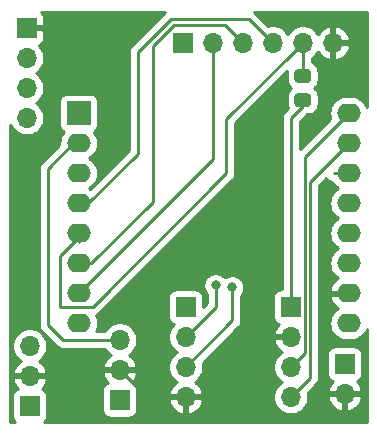
<source format=gtl>
%TF.GenerationSoftware,KiCad,Pcbnew,(5.1.6)-1*%
%TF.CreationDate,2020-09-06T13:06:38-04:00*%
%TF.ProjectId,ResQ KiCad Version,52657351-204b-4694-9361-642056657273,rev?*%
%TF.SameCoordinates,Original*%
%TF.FileFunction,Copper,L1,Top*%
%TF.FilePolarity,Positive*%
%FSLAX46Y46*%
G04 Gerber Fmt 4.6, Leading zero omitted, Abs format (unit mm)*
G04 Created by KiCad (PCBNEW (5.1.6)-1) date 2020-09-06 13:06:38*
%MOMM*%
%LPD*%
G01*
G04 APERTURE LIST*
%TA.AperFunction,ComponentPad*%
%ADD10O,2.000000X1.600000*%
%TD*%
%TA.AperFunction,ComponentPad*%
%ADD11R,2.000000X2.000000*%
%TD*%
%TA.AperFunction,ComponentPad*%
%ADD12O,1.700000X1.700000*%
%TD*%
%TA.AperFunction,ComponentPad*%
%ADD13R,1.700000X1.700000*%
%TD*%
%TA.AperFunction,ViaPad*%
%ADD14C,0.800000*%
%TD*%
%TA.AperFunction,Conductor*%
%ADD15C,0.250000*%
%TD*%
%TA.AperFunction,Conductor*%
%ADD16C,0.254000*%
%TD*%
G04 APERTURE END LIST*
D10*
%TO.P,U1,16*%
%TO.N,TX*%
X199465001Y-117705001D03*
%TO.P,U1,15*%
%TO.N,RX*%
X199465001Y-120245001D03*
%TO.P,U1,14*%
%TO.N,SCL*%
X199465001Y-122785001D03*
%TO.P,U1,13*%
%TO.N,SDA*%
X199465001Y-125325001D03*
%TO.P,U1,12*%
%TO.N,D3*%
X199465001Y-127865001D03*
%TO.P,U1,11*%
%TO.N,D4*%
X199465001Y-130405001D03*
%TO.P,U1,10*%
%TO.N,GND*%
X199465001Y-132945001D03*
%TO.P,U1,9*%
%TO.N,5V*%
X199465001Y-135485001D03*
%TO.P,U1,8*%
%TO.N,3V3*%
X176605001Y-135485001D03*
%TO.P,U1,7*%
%TO.N,CS*%
X176605001Y-132945001D03*
%TO.P,U1,6*%
%TO.N,MOSI*%
X176605001Y-130405001D03*
%TO.P,U1,5*%
%TO.N,MISO*%
X176605001Y-127865001D03*
%TO.P,U1,4*%
%TO.N,CLK*%
X176605001Y-125325001D03*
%TO.P,U1,3*%
%TO.N,D0*%
X176605001Y-122785001D03*
D11*
%TO.P,U1,1*%
%TO.N,N/C*%
X176605001Y-117705001D03*
D10*
%TO.P,U1,2*%
%TO.N,A0*%
X176605001Y-120245001D03*
%TD*%
%TO.P,R1,2*%
%TO.N,MISO*%
%TA.AperFunction,SMDPad,CuDef*%
G36*
G01*
X196030001Y-115129000D02*
X195129999Y-115129000D01*
G75*
G02*
X194880000Y-114879001I0J249999D01*
G01*
X194880000Y-114228999D01*
G75*
G02*
X195129999Y-113979000I249999J0D01*
G01*
X196030001Y-113979000D01*
G75*
G02*
X196280000Y-114228999I0J-249999D01*
G01*
X196280000Y-114879001D01*
G75*
G02*
X196030001Y-115129000I-249999J0D01*
G01*
G37*
%TD.AperFunction*%
%TO.P,R1,1*%
%TO.N,3V3*%
%TA.AperFunction,SMDPad,CuDef*%
G36*
G01*
X196030001Y-117179000D02*
X195129999Y-117179000D01*
G75*
G02*
X194880000Y-116929001I0J249999D01*
G01*
X194880000Y-116278999D01*
G75*
G02*
X195129999Y-116029000I249999J0D01*
G01*
X196030001Y-116029000D01*
G75*
G02*
X196280000Y-116278999I0J-249999D01*
G01*
X196280000Y-116929001D01*
G75*
G02*
X196030001Y-117179000I-249999J0D01*
G01*
G37*
%TD.AperFunction*%
%TD*%
D12*
%TO.P,J6,4*%
%TO.N,RX*%
X194564000Y-141732000D03*
%TO.P,J6,3*%
%TO.N,TX*%
X194564000Y-139192000D03*
%TO.P,J6,2*%
%TO.N,GND*%
X194564000Y-136652000D03*
D13*
%TO.P,J6,1*%
%TO.N,3V3*%
X194564000Y-134112000D03*
%TD*%
D12*
%TO.P,B1,2*%
%TO.N,GND*%
X199136000Y-141478000D03*
D13*
%TO.P,B1,1*%
%TO.N,5V*%
X199136000Y-138938000D03*
%TD*%
%TO.P,J1,1*%
%TO.N,3V3*%
X180086000Y-141986000D03*
D12*
%TO.P,J1,2*%
%TO.N,GND*%
X180086000Y-139446000D03*
%TO.P,J1,3*%
%TO.N,A0*%
X180086000Y-136906000D03*
%TD*%
%TO.P,J2,3*%
%TO.N,D0*%
X172466000Y-137414000D03*
%TO.P,J2,2*%
%TO.N,GND*%
X172466000Y-139954000D03*
D13*
%TO.P,J2,1*%
%TO.N,3V3*%
X172466000Y-142494000D03*
%TD*%
D12*
%TO.P,J3,4*%
%TO.N,SDA*%
X172212000Y-118110000D03*
%TO.P,J3,3*%
%TO.N,SCL*%
X172212000Y-115570000D03*
%TO.P,J3,2*%
%TO.N,3V3*%
X172212000Y-113030000D03*
D13*
%TO.P,J3,1*%
%TO.N,GND*%
X172212000Y-110490000D03*
%TD*%
%TO.P,J4,1*%
%TO.N,3V3*%
X185420000Y-111760000D03*
D12*
%TO.P,J4,2*%
%TO.N,CS*%
X187960000Y-111760000D03*
%TO.P,J4,3*%
%TO.N,MOSI*%
X190500000Y-111760000D03*
%TO.P,J4,4*%
%TO.N,CLK*%
X193040000Y-111760000D03*
%TO.P,J4,5*%
%TO.N,MISO*%
X195580000Y-111760000D03*
%TO.P,J4,6*%
%TO.N,GND*%
X198120000Y-111760000D03*
%TD*%
%TO.P,J5,4*%
%TO.N,GND*%
X185674000Y-141732000D03*
%TO.P,J5,3*%
%TO.N,D4*%
X185674000Y-139192000D03*
%TO.P,J5,2*%
%TO.N,D3*%
X185674000Y-136652000D03*
D13*
%TO.P,J5,1*%
%TO.N,3V3*%
X185674000Y-134112000D03*
%TD*%
D14*
%TO.N,GND*%
X183896000Y-130048000D03*
X172466000Y-122936000D03*
X192024000Y-124206000D03*
X193040000Y-129286000D03*
%TO.N,D3*%
X188214000Y-132276998D03*
%TO.N,D4*%
X189611000Y-132461000D03*
%TD*%
D15*
%TO.N,GND*%
X182372000Y-141732000D02*
X180086000Y-139446000D01*
X185674000Y-141732000D02*
X182372000Y-141732000D01*
X183896000Y-130048000D02*
X184150000Y-130048000D01*
X184150000Y-130048000D02*
X184658000Y-129540000D01*
%TO.N,3V3*%
X196088000Y-116595000D02*
X196079000Y-116595000D01*
X194564000Y-134112000D02*
X194564000Y-118110000D01*
X195580000Y-117094000D02*
X194564000Y-118110000D01*
X195580000Y-116604000D02*
X195580000Y-117094000D01*
%TO.N,A0*%
X180086000Y-136906000D02*
X177292000Y-136906000D01*
X177292000Y-136906000D02*
X176234996Y-136906000D01*
X175260000Y-136906000D02*
X177292000Y-136906000D01*
X173990000Y-135636000D02*
X175260000Y-136906000D01*
X173990000Y-122428000D02*
X173990000Y-135636000D01*
X176605001Y-120245001D02*
X176172999Y-120245001D01*
X176172999Y-120245001D02*
X173990000Y-122428000D01*
%TO.N,SCL*%
X198215001Y-122785001D02*
X199465001Y-122785001D01*
%TO.N,CS*%
X187960000Y-121590002D02*
X176605001Y-132945001D01*
X187960000Y-111760000D02*
X187960000Y-121590002D01*
%TO.N,MOSI*%
X188976000Y-110236000D02*
X190500000Y-111760000D01*
X177696999Y-130405001D02*
X182880000Y-125222000D01*
X184658998Y-110236000D02*
X188976000Y-110236000D01*
X176605001Y-130405001D02*
X177696999Y-130405001D01*
X182880000Y-125222000D02*
X182880000Y-112014998D01*
X182880000Y-112014998D02*
X184658998Y-110236000D01*
%TO.N,CLK*%
X184404000Y-109728000D02*
X191008000Y-109728000D01*
X181610000Y-112522000D02*
X184404000Y-109728000D01*
X181610000Y-121158000D02*
X181610000Y-112522000D01*
X191008000Y-109728000D02*
X193040000Y-111760000D01*
X177442999Y-125325001D02*
X181610000Y-121158000D01*
X176605001Y-125325001D02*
X177442999Y-125325001D01*
%TO.N,MISO*%
X176605001Y-127865001D02*
X176605001Y-128613997D01*
X194818000Y-112522000D02*
X195580000Y-111760000D01*
X189103000Y-122809000D02*
X189103000Y-118237000D01*
X176605001Y-128194999D02*
X175006000Y-129794000D01*
X189103000Y-118237000D02*
X194818000Y-112522000D01*
X176605001Y-127865001D02*
X176605001Y-128194999D01*
X175006000Y-129794000D02*
X175006000Y-134112000D01*
X175006000Y-134112000D02*
X177800000Y-134112000D01*
X177800000Y-134112000D02*
X189103000Y-122809000D01*
X195580000Y-114554000D02*
X195580000Y-111760000D01*
%TO.N,D3*%
X188214000Y-134112000D02*
X185674000Y-136652000D01*
X188214000Y-132276998D02*
X188214000Y-134112000D01*
%TO.N,D4*%
X189611000Y-135255000D02*
X185674000Y-139192000D01*
X189611000Y-132461000D02*
X189611000Y-135255000D01*
%TO.N,RX*%
X194564000Y-141732000D02*
X196189012Y-140106988D01*
X196189012Y-123520990D02*
X199465001Y-120245001D01*
X196189012Y-140106988D02*
X196189012Y-123520990D01*
%TO.N,TX*%
X195739001Y-121431001D02*
X199465001Y-117705001D01*
X195739001Y-138016999D02*
X195739001Y-121431001D01*
X194564000Y-139192000D02*
X195739001Y-138016999D01*
%TD*%
D16*
%TO.N,GND*%
G36*
X183863999Y-109187999D02*
G01*
X183840201Y-109216997D01*
X181098998Y-111958201D01*
X181070000Y-111981999D01*
X181046202Y-112010997D01*
X181046201Y-112010998D01*
X180975026Y-112097724D01*
X180904454Y-112229754D01*
X180860998Y-112373015D01*
X180846324Y-112522000D01*
X180850001Y-112559332D01*
X180850000Y-120843198D01*
X177580705Y-124112494D01*
X177473143Y-124055001D01*
X177606102Y-123983933D01*
X177824609Y-123804609D01*
X178003933Y-123586102D01*
X178137183Y-123336809D01*
X178219237Y-123066310D01*
X178246944Y-122785001D01*
X178219237Y-122503692D01*
X178137183Y-122233193D01*
X178003933Y-121983900D01*
X177824609Y-121765393D01*
X177606102Y-121586069D01*
X177473143Y-121515001D01*
X177606102Y-121443933D01*
X177824609Y-121264609D01*
X178003933Y-121046102D01*
X178137183Y-120796809D01*
X178219237Y-120526310D01*
X178246944Y-120245001D01*
X178219237Y-119963692D01*
X178137183Y-119693193D01*
X178003933Y-119443900D01*
X177871525Y-119282560D01*
X177959495Y-119235538D01*
X178056186Y-119156186D01*
X178135538Y-119059495D01*
X178194503Y-118949181D01*
X178230813Y-118829483D01*
X178243073Y-118705001D01*
X178243073Y-116705001D01*
X178230813Y-116580519D01*
X178194503Y-116460821D01*
X178135538Y-116350507D01*
X178056186Y-116253816D01*
X177959495Y-116174464D01*
X177849181Y-116115499D01*
X177729483Y-116079189D01*
X177605001Y-116066929D01*
X175605001Y-116066929D01*
X175480519Y-116079189D01*
X175360821Y-116115499D01*
X175250507Y-116174464D01*
X175153816Y-116253816D01*
X175074464Y-116350507D01*
X175015499Y-116460821D01*
X174979189Y-116580519D01*
X174966929Y-116705001D01*
X174966929Y-118705001D01*
X174979189Y-118829483D01*
X175015499Y-118949181D01*
X175074464Y-119059495D01*
X175153816Y-119156186D01*
X175250507Y-119235538D01*
X175338477Y-119282560D01*
X175206069Y-119443900D01*
X175072819Y-119693193D01*
X174990765Y-119963692D01*
X174963058Y-120245001D01*
X174975175Y-120368023D01*
X173479003Y-121864196D01*
X173449999Y-121887999D01*
X173394871Y-121955174D01*
X173355026Y-122003724D01*
X173324947Y-122059998D01*
X173284454Y-122135754D01*
X173240997Y-122279015D01*
X173230000Y-122390668D01*
X173230000Y-122390678D01*
X173226324Y-122428000D01*
X173230000Y-122465322D01*
X173230001Y-135598668D01*
X173226324Y-135636000D01*
X173240998Y-135784985D01*
X173284454Y-135928246D01*
X173355026Y-136060276D01*
X173385994Y-136098010D01*
X173450000Y-136176001D01*
X173478998Y-136199799D01*
X174696201Y-137417003D01*
X174719999Y-137446001D01*
X174835724Y-137540974D01*
X174967753Y-137611546D01*
X175111014Y-137655003D01*
X175222667Y-137666000D01*
X175222676Y-137666000D01*
X175259999Y-137669676D01*
X175297322Y-137666000D01*
X178807822Y-137666000D01*
X178932525Y-137852632D01*
X179139368Y-138059475D01*
X179321534Y-138181195D01*
X179204645Y-138250822D01*
X178988412Y-138445731D01*
X178814359Y-138679080D01*
X178689175Y-138941901D01*
X178644524Y-139089110D01*
X178765845Y-139319000D01*
X179959000Y-139319000D01*
X179959000Y-139299000D01*
X180213000Y-139299000D01*
X180213000Y-139319000D01*
X181406155Y-139319000D01*
X181527476Y-139089110D01*
X181482825Y-138941901D01*
X181357641Y-138679080D01*
X181183588Y-138445731D01*
X180967355Y-138250822D01*
X180850466Y-138181195D01*
X181032632Y-138059475D01*
X181239475Y-137852632D01*
X181401990Y-137609411D01*
X181513932Y-137339158D01*
X181571000Y-137052260D01*
X181571000Y-136759740D01*
X181513932Y-136472842D01*
X181401990Y-136202589D01*
X181239475Y-135959368D01*
X181032632Y-135752525D01*
X180789411Y-135590010D01*
X180519158Y-135478068D01*
X180232260Y-135421000D01*
X179939740Y-135421000D01*
X179652842Y-135478068D01*
X179382589Y-135590010D01*
X179139368Y-135752525D01*
X178932525Y-135959368D01*
X178807822Y-136146000D01*
X178078819Y-136146000D01*
X178137183Y-136036809D01*
X178219237Y-135766310D01*
X178246944Y-135485001D01*
X178219237Y-135203692D01*
X178137183Y-134933193D01*
X178077723Y-134821952D01*
X178092247Y-134817546D01*
X178224276Y-134746974D01*
X178340001Y-134652001D01*
X178363804Y-134622997D01*
X179724801Y-133262000D01*
X184185928Y-133262000D01*
X184185928Y-134962000D01*
X184198188Y-135086482D01*
X184234498Y-135206180D01*
X184293463Y-135316494D01*
X184372815Y-135413185D01*
X184469506Y-135492537D01*
X184579820Y-135551502D01*
X184652380Y-135573513D01*
X184520525Y-135705368D01*
X184358010Y-135948589D01*
X184246068Y-136218842D01*
X184189000Y-136505740D01*
X184189000Y-136798260D01*
X184246068Y-137085158D01*
X184358010Y-137355411D01*
X184520525Y-137598632D01*
X184727368Y-137805475D01*
X184901760Y-137922000D01*
X184727368Y-138038525D01*
X184520525Y-138245368D01*
X184358010Y-138488589D01*
X184246068Y-138758842D01*
X184189000Y-139045740D01*
X184189000Y-139338260D01*
X184246068Y-139625158D01*
X184358010Y-139895411D01*
X184520525Y-140138632D01*
X184727368Y-140345475D01*
X184909534Y-140467195D01*
X184792645Y-140536822D01*
X184576412Y-140731731D01*
X184402359Y-140965080D01*
X184277175Y-141227901D01*
X184232524Y-141375110D01*
X184353845Y-141605000D01*
X185547000Y-141605000D01*
X185547000Y-141585000D01*
X185801000Y-141585000D01*
X185801000Y-141605000D01*
X186994155Y-141605000D01*
X187115476Y-141375110D01*
X187070825Y-141227901D01*
X186945641Y-140965080D01*
X186771588Y-140731731D01*
X186555355Y-140536822D01*
X186438466Y-140467195D01*
X186620632Y-140345475D01*
X186827475Y-140138632D01*
X186989990Y-139895411D01*
X187101932Y-139625158D01*
X187159000Y-139338260D01*
X187159000Y-139045740D01*
X187115209Y-138825592D01*
X190122003Y-135818799D01*
X190151001Y-135795001D01*
X190245974Y-135679276D01*
X190316546Y-135547247D01*
X190360003Y-135403986D01*
X190371000Y-135292333D01*
X190371000Y-135292325D01*
X190374676Y-135255000D01*
X190371000Y-135217675D01*
X190371000Y-133164711D01*
X190414937Y-133120774D01*
X190528205Y-132951256D01*
X190606226Y-132762898D01*
X190646000Y-132562939D01*
X190646000Y-132359061D01*
X190606226Y-132159102D01*
X190528205Y-131970744D01*
X190414937Y-131801226D01*
X190270774Y-131657063D01*
X190101256Y-131543795D01*
X189912898Y-131465774D01*
X189712939Y-131426000D01*
X189509061Y-131426000D01*
X189309102Y-131465774D01*
X189120744Y-131543795D01*
X189015098Y-131614385D01*
X188873774Y-131473061D01*
X188704256Y-131359793D01*
X188515898Y-131281772D01*
X188315939Y-131241998D01*
X188112061Y-131241998D01*
X187912102Y-131281772D01*
X187723744Y-131359793D01*
X187554226Y-131473061D01*
X187410063Y-131617224D01*
X187296795Y-131786742D01*
X187218774Y-131975100D01*
X187179000Y-132175059D01*
X187179000Y-132378937D01*
X187218774Y-132578896D01*
X187296795Y-132767254D01*
X187410063Y-132936772D01*
X187454000Y-132980709D01*
X187454001Y-133797196D01*
X187162072Y-134089125D01*
X187162072Y-133262000D01*
X187149812Y-133137518D01*
X187113502Y-133017820D01*
X187054537Y-132907506D01*
X186975185Y-132810815D01*
X186878494Y-132731463D01*
X186768180Y-132672498D01*
X186648482Y-132636188D01*
X186524000Y-132623928D01*
X184824000Y-132623928D01*
X184699518Y-132636188D01*
X184579820Y-132672498D01*
X184469506Y-132731463D01*
X184372815Y-132810815D01*
X184293463Y-132907506D01*
X184234498Y-133017820D01*
X184198188Y-133137518D01*
X184185928Y-133262000D01*
X179724801Y-133262000D01*
X189614004Y-123372798D01*
X189643001Y-123349001D01*
X189669332Y-123316917D01*
X189737974Y-123233277D01*
X189808546Y-123101247D01*
X189820156Y-123062974D01*
X189852003Y-122957986D01*
X189863000Y-122846333D01*
X189863000Y-122846323D01*
X189866676Y-122809000D01*
X189863000Y-122771677D01*
X189863000Y-118551801D01*
X194248060Y-114166742D01*
X194241928Y-114228999D01*
X194241928Y-114879001D01*
X194258992Y-115052255D01*
X194309528Y-115218851D01*
X194391595Y-115372387D01*
X194502038Y-115506962D01*
X194589816Y-115579000D01*
X194502038Y-115651038D01*
X194391595Y-115785613D01*
X194309528Y-115939149D01*
X194258992Y-116105745D01*
X194241928Y-116278999D01*
X194241928Y-116929001D01*
X194258992Y-117102255D01*
X194309528Y-117268851D01*
X194316780Y-117282419D01*
X194052998Y-117546201D01*
X194024000Y-117569999D01*
X194000202Y-117598997D01*
X194000201Y-117598998D01*
X193929026Y-117685724D01*
X193858454Y-117817754D01*
X193846344Y-117857677D01*
X193819931Y-117944754D01*
X193814998Y-117961015D01*
X193800324Y-118110000D01*
X193804001Y-118147333D01*
X193804000Y-132623928D01*
X193714000Y-132623928D01*
X193589518Y-132636188D01*
X193469820Y-132672498D01*
X193359506Y-132731463D01*
X193262815Y-132810815D01*
X193183463Y-132907506D01*
X193124498Y-133017820D01*
X193088188Y-133137518D01*
X193075928Y-133262000D01*
X193075928Y-134962000D01*
X193088188Y-135086482D01*
X193124498Y-135206180D01*
X193183463Y-135316494D01*
X193262815Y-135413185D01*
X193359506Y-135492537D01*
X193469820Y-135551502D01*
X193550466Y-135575966D01*
X193466412Y-135651731D01*
X193292359Y-135885080D01*
X193167175Y-136147901D01*
X193122524Y-136295110D01*
X193243845Y-136525000D01*
X194437000Y-136525000D01*
X194437000Y-136505000D01*
X194691000Y-136505000D01*
X194691000Y-136525000D01*
X194711000Y-136525000D01*
X194711000Y-136779000D01*
X194691000Y-136779000D01*
X194691000Y-136799000D01*
X194437000Y-136799000D01*
X194437000Y-136779000D01*
X193243845Y-136779000D01*
X193122524Y-137008890D01*
X193167175Y-137156099D01*
X193292359Y-137418920D01*
X193466412Y-137652269D01*
X193682645Y-137847178D01*
X193799534Y-137916805D01*
X193617368Y-138038525D01*
X193410525Y-138245368D01*
X193248010Y-138488589D01*
X193136068Y-138758842D01*
X193079000Y-139045740D01*
X193079000Y-139338260D01*
X193136068Y-139625158D01*
X193248010Y-139895411D01*
X193410525Y-140138632D01*
X193617368Y-140345475D01*
X193791760Y-140462000D01*
X193617368Y-140578525D01*
X193410525Y-140785368D01*
X193248010Y-141028589D01*
X193136068Y-141298842D01*
X193079000Y-141585740D01*
X193079000Y-141878260D01*
X193136068Y-142165158D01*
X193248010Y-142435411D01*
X193410525Y-142678632D01*
X193617368Y-142885475D01*
X193860589Y-143047990D01*
X194130842Y-143159932D01*
X194417740Y-143217000D01*
X194710260Y-143217000D01*
X194997158Y-143159932D01*
X195267411Y-143047990D01*
X195510632Y-142885475D01*
X195717475Y-142678632D01*
X195879990Y-142435411D01*
X195991932Y-142165158D01*
X196049000Y-141878260D01*
X196049000Y-141834890D01*
X197694524Y-141834890D01*
X197739175Y-141982099D01*
X197864359Y-142244920D01*
X198038412Y-142478269D01*
X198254645Y-142673178D01*
X198504748Y-142822157D01*
X198779109Y-142919481D01*
X199009000Y-142798814D01*
X199009000Y-141605000D01*
X199263000Y-141605000D01*
X199263000Y-142798814D01*
X199492891Y-142919481D01*
X199767252Y-142822157D01*
X200017355Y-142673178D01*
X200233588Y-142478269D01*
X200407641Y-142244920D01*
X200532825Y-141982099D01*
X200577476Y-141834890D01*
X200456155Y-141605000D01*
X199263000Y-141605000D01*
X199009000Y-141605000D01*
X197815845Y-141605000D01*
X197694524Y-141834890D01*
X196049000Y-141834890D01*
X196049000Y-141585740D01*
X196005210Y-141365592D01*
X196700016Y-140670786D01*
X196729013Y-140646989D01*
X196755344Y-140614905D01*
X196823986Y-140531265D01*
X196894558Y-140399235D01*
X196898014Y-140387843D01*
X196938015Y-140255974D01*
X196949012Y-140144321D01*
X196949012Y-140144311D01*
X196952688Y-140106989D01*
X196949012Y-140069666D01*
X196949012Y-138088000D01*
X197647928Y-138088000D01*
X197647928Y-139788000D01*
X197660188Y-139912482D01*
X197696498Y-140032180D01*
X197755463Y-140142494D01*
X197834815Y-140239185D01*
X197931506Y-140318537D01*
X198041820Y-140377502D01*
X198122466Y-140401966D01*
X198038412Y-140477731D01*
X197864359Y-140711080D01*
X197739175Y-140973901D01*
X197694524Y-141121110D01*
X197815845Y-141351000D01*
X199009000Y-141351000D01*
X199009000Y-141331000D01*
X199263000Y-141331000D01*
X199263000Y-141351000D01*
X200456155Y-141351000D01*
X200577476Y-141121110D01*
X200532825Y-140973901D01*
X200407641Y-140711080D01*
X200233588Y-140477731D01*
X200149534Y-140401966D01*
X200230180Y-140377502D01*
X200340494Y-140318537D01*
X200437185Y-140239185D01*
X200516537Y-140142494D01*
X200575502Y-140032180D01*
X200611812Y-139912482D01*
X200624072Y-139788000D01*
X200624072Y-138088000D01*
X200611812Y-137963518D01*
X200575502Y-137843820D01*
X200516537Y-137733506D01*
X200437185Y-137636815D01*
X200340494Y-137557463D01*
X200230180Y-137498498D01*
X200110482Y-137462188D01*
X199986000Y-137449928D01*
X198286000Y-137449928D01*
X198161518Y-137462188D01*
X198041820Y-137498498D01*
X197931506Y-137557463D01*
X197834815Y-137636815D01*
X197755463Y-137733506D01*
X197696498Y-137843820D01*
X197660188Y-137963518D01*
X197647928Y-138088000D01*
X196949012Y-138088000D01*
X196949012Y-123835791D01*
X197578459Y-123206344D01*
X197580027Y-123209277D01*
X197675000Y-123325002D01*
X197790725Y-123419975D01*
X197922754Y-123490547D01*
X198032844Y-123523942D01*
X198066069Y-123586102D01*
X198245393Y-123804609D01*
X198463900Y-123983933D01*
X198596859Y-124055001D01*
X198463900Y-124126069D01*
X198245393Y-124305393D01*
X198066069Y-124523900D01*
X197932819Y-124773193D01*
X197850765Y-125043692D01*
X197823058Y-125325001D01*
X197850765Y-125606310D01*
X197932819Y-125876809D01*
X198066069Y-126126102D01*
X198245393Y-126344609D01*
X198463900Y-126523933D01*
X198596859Y-126595001D01*
X198463900Y-126666069D01*
X198245393Y-126845393D01*
X198066069Y-127063900D01*
X197932819Y-127313193D01*
X197850765Y-127583692D01*
X197823058Y-127865001D01*
X197850765Y-128146310D01*
X197932819Y-128416809D01*
X198066069Y-128666102D01*
X198245393Y-128884609D01*
X198463900Y-129063933D01*
X198596859Y-129135001D01*
X198463900Y-129206069D01*
X198245393Y-129385393D01*
X198066069Y-129603900D01*
X197932819Y-129853193D01*
X197850765Y-130123692D01*
X197823058Y-130405001D01*
X197850765Y-130686310D01*
X197932819Y-130956809D01*
X198066069Y-131206102D01*
X198245393Y-131424609D01*
X198463900Y-131603933D01*
X198593346Y-131673123D01*
X198575774Y-131680571D01*
X198342339Y-131839328D01*
X198144362Y-132040576D01*
X197989450Y-132276580D01*
X197883557Y-132538271D01*
X197873097Y-132595962D01*
X197995086Y-132818001D01*
X199338001Y-132818001D01*
X199338001Y-132798001D01*
X199592001Y-132798001D01*
X199592001Y-132818001D01*
X199612001Y-132818001D01*
X199612001Y-133072001D01*
X199592001Y-133072001D01*
X199592001Y-133092001D01*
X199338001Y-133092001D01*
X199338001Y-133072001D01*
X197995086Y-133072001D01*
X197873097Y-133294040D01*
X197883557Y-133351731D01*
X197989450Y-133613422D01*
X198144362Y-133849426D01*
X198342339Y-134050674D01*
X198575774Y-134209431D01*
X198593346Y-134216879D01*
X198463900Y-134286069D01*
X198245393Y-134465393D01*
X198066069Y-134683900D01*
X197932819Y-134933193D01*
X197850765Y-135203692D01*
X197823058Y-135485001D01*
X197850765Y-135766310D01*
X197932819Y-136036809D01*
X198066069Y-136286102D01*
X198245393Y-136504609D01*
X198463900Y-136683933D01*
X198713193Y-136817183D01*
X198983692Y-136899237D01*
X199194509Y-136920001D01*
X199735493Y-136920001D01*
X199946310Y-136899237D01*
X200216809Y-136817183D01*
X200466102Y-136683933D01*
X200684609Y-136504609D01*
X200863933Y-136286102D01*
X200997183Y-136036809D01*
X201016001Y-135974774D01*
X201016001Y-143866000D01*
X173680896Y-143866000D01*
X173767185Y-143795185D01*
X173846537Y-143698494D01*
X173905502Y-143588180D01*
X173941812Y-143468482D01*
X173954072Y-143344000D01*
X173954072Y-141644000D01*
X173941812Y-141519518D01*
X173905502Y-141399820D01*
X173846537Y-141289506D01*
X173767185Y-141192815D01*
X173697956Y-141136000D01*
X178597928Y-141136000D01*
X178597928Y-142836000D01*
X178610188Y-142960482D01*
X178646498Y-143080180D01*
X178705463Y-143190494D01*
X178784815Y-143287185D01*
X178881506Y-143366537D01*
X178991820Y-143425502D01*
X179111518Y-143461812D01*
X179236000Y-143474072D01*
X180936000Y-143474072D01*
X181060482Y-143461812D01*
X181180180Y-143425502D01*
X181290494Y-143366537D01*
X181387185Y-143287185D01*
X181466537Y-143190494D01*
X181525502Y-143080180D01*
X181561812Y-142960482D01*
X181574072Y-142836000D01*
X181574072Y-142088890D01*
X184232524Y-142088890D01*
X184277175Y-142236099D01*
X184402359Y-142498920D01*
X184576412Y-142732269D01*
X184792645Y-142927178D01*
X185042748Y-143076157D01*
X185317109Y-143173481D01*
X185547000Y-143052814D01*
X185547000Y-141859000D01*
X185801000Y-141859000D01*
X185801000Y-143052814D01*
X186030891Y-143173481D01*
X186305252Y-143076157D01*
X186555355Y-142927178D01*
X186771588Y-142732269D01*
X186945641Y-142498920D01*
X187070825Y-142236099D01*
X187115476Y-142088890D01*
X186994155Y-141859000D01*
X185801000Y-141859000D01*
X185547000Y-141859000D01*
X184353845Y-141859000D01*
X184232524Y-142088890D01*
X181574072Y-142088890D01*
X181574072Y-141136000D01*
X181561812Y-141011518D01*
X181525502Y-140891820D01*
X181466537Y-140781506D01*
X181387185Y-140684815D01*
X181290494Y-140605463D01*
X181180180Y-140546498D01*
X181099534Y-140522034D01*
X181183588Y-140446269D01*
X181357641Y-140212920D01*
X181482825Y-139950099D01*
X181527476Y-139802890D01*
X181406155Y-139573000D01*
X180213000Y-139573000D01*
X180213000Y-139593000D01*
X179959000Y-139593000D01*
X179959000Y-139573000D01*
X178765845Y-139573000D01*
X178644524Y-139802890D01*
X178689175Y-139950099D01*
X178814359Y-140212920D01*
X178988412Y-140446269D01*
X179072466Y-140522034D01*
X178991820Y-140546498D01*
X178881506Y-140605463D01*
X178784815Y-140684815D01*
X178705463Y-140781506D01*
X178646498Y-140891820D01*
X178610188Y-141011518D01*
X178597928Y-141136000D01*
X173697956Y-141136000D01*
X173670494Y-141113463D01*
X173560180Y-141054498D01*
X173479534Y-141030034D01*
X173563588Y-140954269D01*
X173737641Y-140720920D01*
X173862825Y-140458099D01*
X173907476Y-140310890D01*
X173786155Y-140081000D01*
X172593000Y-140081000D01*
X172593000Y-140101000D01*
X172339000Y-140101000D01*
X172339000Y-140081000D01*
X171145845Y-140081000D01*
X171024524Y-140310890D01*
X171069175Y-140458099D01*
X171194359Y-140720920D01*
X171368412Y-140954269D01*
X171452466Y-141030034D01*
X171371820Y-141054498D01*
X171261506Y-141113463D01*
X171164815Y-141192815D01*
X171085463Y-141289506D01*
X171026498Y-141399820D01*
X170990188Y-141519518D01*
X170977928Y-141644000D01*
X170977928Y-143344000D01*
X170990188Y-143468482D01*
X171026498Y-143588180D01*
X171085463Y-143698494D01*
X171164815Y-143795185D01*
X171251104Y-143866000D01*
X170840000Y-143866000D01*
X170840000Y-137267740D01*
X170981000Y-137267740D01*
X170981000Y-137560260D01*
X171038068Y-137847158D01*
X171150010Y-138117411D01*
X171312525Y-138360632D01*
X171519368Y-138567475D01*
X171701534Y-138689195D01*
X171584645Y-138758822D01*
X171368412Y-138953731D01*
X171194359Y-139187080D01*
X171069175Y-139449901D01*
X171024524Y-139597110D01*
X171145845Y-139827000D01*
X172339000Y-139827000D01*
X172339000Y-139807000D01*
X172593000Y-139807000D01*
X172593000Y-139827000D01*
X173786155Y-139827000D01*
X173907476Y-139597110D01*
X173862825Y-139449901D01*
X173737641Y-139187080D01*
X173563588Y-138953731D01*
X173347355Y-138758822D01*
X173230466Y-138689195D01*
X173412632Y-138567475D01*
X173619475Y-138360632D01*
X173781990Y-138117411D01*
X173893932Y-137847158D01*
X173951000Y-137560260D01*
X173951000Y-137267740D01*
X173893932Y-136980842D01*
X173781990Y-136710589D01*
X173619475Y-136467368D01*
X173412632Y-136260525D01*
X173169411Y-136098010D01*
X172899158Y-135986068D01*
X172612260Y-135929000D01*
X172319740Y-135929000D01*
X172032842Y-135986068D01*
X171762589Y-136098010D01*
X171519368Y-136260525D01*
X171312525Y-136467368D01*
X171150010Y-136710589D01*
X171038068Y-136980842D01*
X170981000Y-137267740D01*
X170840000Y-137267740D01*
X170840000Y-118678190D01*
X170896010Y-118813411D01*
X171058525Y-119056632D01*
X171265368Y-119263475D01*
X171508589Y-119425990D01*
X171778842Y-119537932D01*
X172065740Y-119595000D01*
X172358260Y-119595000D01*
X172645158Y-119537932D01*
X172915411Y-119425990D01*
X173158632Y-119263475D01*
X173365475Y-119056632D01*
X173527990Y-118813411D01*
X173639932Y-118543158D01*
X173697000Y-118256260D01*
X173697000Y-117963740D01*
X173639932Y-117676842D01*
X173527990Y-117406589D01*
X173365475Y-117163368D01*
X173158632Y-116956525D01*
X172984240Y-116840000D01*
X173158632Y-116723475D01*
X173365475Y-116516632D01*
X173527990Y-116273411D01*
X173639932Y-116003158D01*
X173697000Y-115716260D01*
X173697000Y-115423740D01*
X173639932Y-115136842D01*
X173527990Y-114866589D01*
X173365475Y-114623368D01*
X173158632Y-114416525D01*
X172984240Y-114300000D01*
X173158632Y-114183475D01*
X173365475Y-113976632D01*
X173527990Y-113733411D01*
X173639932Y-113463158D01*
X173697000Y-113176260D01*
X173697000Y-112883740D01*
X173639932Y-112596842D01*
X173527990Y-112326589D01*
X173365475Y-112083368D01*
X173233620Y-111951513D01*
X173306180Y-111929502D01*
X173416494Y-111870537D01*
X173513185Y-111791185D01*
X173592537Y-111694494D01*
X173651502Y-111584180D01*
X173687812Y-111464482D01*
X173700072Y-111340000D01*
X173697000Y-110775750D01*
X173538250Y-110617000D01*
X172339000Y-110617000D01*
X172339000Y-110637000D01*
X172085000Y-110637000D01*
X172085000Y-110617000D01*
X172065000Y-110617000D01*
X172065000Y-110363000D01*
X172085000Y-110363000D01*
X172085000Y-110343000D01*
X172339000Y-110343000D01*
X172339000Y-110363000D01*
X173538250Y-110363000D01*
X173697000Y-110204250D01*
X173700072Y-109640000D01*
X173687812Y-109515518D01*
X173651502Y-109395820D01*
X173592537Y-109285506D01*
X173513185Y-109188815D01*
X173426896Y-109118000D01*
X183949293Y-109118000D01*
X183863999Y-109187999D01*
G37*
X183863999Y-109187999D02*
X183840201Y-109216997D01*
X181098998Y-111958201D01*
X181070000Y-111981999D01*
X181046202Y-112010997D01*
X181046201Y-112010998D01*
X180975026Y-112097724D01*
X180904454Y-112229754D01*
X180860998Y-112373015D01*
X180846324Y-112522000D01*
X180850001Y-112559332D01*
X180850000Y-120843198D01*
X177580705Y-124112494D01*
X177473143Y-124055001D01*
X177606102Y-123983933D01*
X177824609Y-123804609D01*
X178003933Y-123586102D01*
X178137183Y-123336809D01*
X178219237Y-123066310D01*
X178246944Y-122785001D01*
X178219237Y-122503692D01*
X178137183Y-122233193D01*
X178003933Y-121983900D01*
X177824609Y-121765393D01*
X177606102Y-121586069D01*
X177473143Y-121515001D01*
X177606102Y-121443933D01*
X177824609Y-121264609D01*
X178003933Y-121046102D01*
X178137183Y-120796809D01*
X178219237Y-120526310D01*
X178246944Y-120245001D01*
X178219237Y-119963692D01*
X178137183Y-119693193D01*
X178003933Y-119443900D01*
X177871525Y-119282560D01*
X177959495Y-119235538D01*
X178056186Y-119156186D01*
X178135538Y-119059495D01*
X178194503Y-118949181D01*
X178230813Y-118829483D01*
X178243073Y-118705001D01*
X178243073Y-116705001D01*
X178230813Y-116580519D01*
X178194503Y-116460821D01*
X178135538Y-116350507D01*
X178056186Y-116253816D01*
X177959495Y-116174464D01*
X177849181Y-116115499D01*
X177729483Y-116079189D01*
X177605001Y-116066929D01*
X175605001Y-116066929D01*
X175480519Y-116079189D01*
X175360821Y-116115499D01*
X175250507Y-116174464D01*
X175153816Y-116253816D01*
X175074464Y-116350507D01*
X175015499Y-116460821D01*
X174979189Y-116580519D01*
X174966929Y-116705001D01*
X174966929Y-118705001D01*
X174979189Y-118829483D01*
X175015499Y-118949181D01*
X175074464Y-119059495D01*
X175153816Y-119156186D01*
X175250507Y-119235538D01*
X175338477Y-119282560D01*
X175206069Y-119443900D01*
X175072819Y-119693193D01*
X174990765Y-119963692D01*
X174963058Y-120245001D01*
X174975175Y-120368023D01*
X173479003Y-121864196D01*
X173449999Y-121887999D01*
X173394871Y-121955174D01*
X173355026Y-122003724D01*
X173324947Y-122059998D01*
X173284454Y-122135754D01*
X173240997Y-122279015D01*
X173230000Y-122390668D01*
X173230000Y-122390678D01*
X173226324Y-122428000D01*
X173230000Y-122465322D01*
X173230001Y-135598668D01*
X173226324Y-135636000D01*
X173240998Y-135784985D01*
X173284454Y-135928246D01*
X173355026Y-136060276D01*
X173385994Y-136098010D01*
X173450000Y-136176001D01*
X173478998Y-136199799D01*
X174696201Y-137417003D01*
X174719999Y-137446001D01*
X174835724Y-137540974D01*
X174967753Y-137611546D01*
X175111014Y-137655003D01*
X175222667Y-137666000D01*
X175222676Y-137666000D01*
X175259999Y-137669676D01*
X175297322Y-137666000D01*
X178807822Y-137666000D01*
X178932525Y-137852632D01*
X179139368Y-138059475D01*
X179321534Y-138181195D01*
X179204645Y-138250822D01*
X178988412Y-138445731D01*
X178814359Y-138679080D01*
X178689175Y-138941901D01*
X178644524Y-139089110D01*
X178765845Y-139319000D01*
X179959000Y-139319000D01*
X179959000Y-139299000D01*
X180213000Y-139299000D01*
X180213000Y-139319000D01*
X181406155Y-139319000D01*
X181527476Y-139089110D01*
X181482825Y-138941901D01*
X181357641Y-138679080D01*
X181183588Y-138445731D01*
X180967355Y-138250822D01*
X180850466Y-138181195D01*
X181032632Y-138059475D01*
X181239475Y-137852632D01*
X181401990Y-137609411D01*
X181513932Y-137339158D01*
X181571000Y-137052260D01*
X181571000Y-136759740D01*
X181513932Y-136472842D01*
X181401990Y-136202589D01*
X181239475Y-135959368D01*
X181032632Y-135752525D01*
X180789411Y-135590010D01*
X180519158Y-135478068D01*
X180232260Y-135421000D01*
X179939740Y-135421000D01*
X179652842Y-135478068D01*
X179382589Y-135590010D01*
X179139368Y-135752525D01*
X178932525Y-135959368D01*
X178807822Y-136146000D01*
X178078819Y-136146000D01*
X178137183Y-136036809D01*
X178219237Y-135766310D01*
X178246944Y-135485001D01*
X178219237Y-135203692D01*
X178137183Y-134933193D01*
X178077723Y-134821952D01*
X178092247Y-134817546D01*
X178224276Y-134746974D01*
X178340001Y-134652001D01*
X178363804Y-134622997D01*
X179724801Y-133262000D01*
X184185928Y-133262000D01*
X184185928Y-134962000D01*
X184198188Y-135086482D01*
X184234498Y-135206180D01*
X184293463Y-135316494D01*
X184372815Y-135413185D01*
X184469506Y-135492537D01*
X184579820Y-135551502D01*
X184652380Y-135573513D01*
X184520525Y-135705368D01*
X184358010Y-135948589D01*
X184246068Y-136218842D01*
X184189000Y-136505740D01*
X184189000Y-136798260D01*
X184246068Y-137085158D01*
X184358010Y-137355411D01*
X184520525Y-137598632D01*
X184727368Y-137805475D01*
X184901760Y-137922000D01*
X184727368Y-138038525D01*
X184520525Y-138245368D01*
X184358010Y-138488589D01*
X184246068Y-138758842D01*
X184189000Y-139045740D01*
X184189000Y-139338260D01*
X184246068Y-139625158D01*
X184358010Y-139895411D01*
X184520525Y-140138632D01*
X184727368Y-140345475D01*
X184909534Y-140467195D01*
X184792645Y-140536822D01*
X184576412Y-140731731D01*
X184402359Y-140965080D01*
X184277175Y-141227901D01*
X184232524Y-141375110D01*
X184353845Y-141605000D01*
X185547000Y-141605000D01*
X185547000Y-141585000D01*
X185801000Y-141585000D01*
X185801000Y-141605000D01*
X186994155Y-141605000D01*
X187115476Y-141375110D01*
X187070825Y-141227901D01*
X186945641Y-140965080D01*
X186771588Y-140731731D01*
X186555355Y-140536822D01*
X186438466Y-140467195D01*
X186620632Y-140345475D01*
X186827475Y-140138632D01*
X186989990Y-139895411D01*
X187101932Y-139625158D01*
X187159000Y-139338260D01*
X187159000Y-139045740D01*
X187115209Y-138825592D01*
X190122003Y-135818799D01*
X190151001Y-135795001D01*
X190245974Y-135679276D01*
X190316546Y-135547247D01*
X190360003Y-135403986D01*
X190371000Y-135292333D01*
X190371000Y-135292325D01*
X190374676Y-135255000D01*
X190371000Y-135217675D01*
X190371000Y-133164711D01*
X190414937Y-133120774D01*
X190528205Y-132951256D01*
X190606226Y-132762898D01*
X190646000Y-132562939D01*
X190646000Y-132359061D01*
X190606226Y-132159102D01*
X190528205Y-131970744D01*
X190414937Y-131801226D01*
X190270774Y-131657063D01*
X190101256Y-131543795D01*
X189912898Y-131465774D01*
X189712939Y-131426000D01*
X189509061Y-131426000D01*
X189309102Y-131465774D01*
X189120744Y-131543795D01*
X189015098Y-131614385D01*
X188873774Y-131473061D01*
X188704256Y-131359793D01*
X188515898Y-131281772D01*
X188315939Y-131241998D01*
X188112061Y-131241998D01*
X187912102Y-131281772D01*
X187723744Y-131359793D01*
X187554226Y-131473061D01*
X187410063Y-131617224D01*
X187296795Y-131786742D01*
X187218774Y-131975100D01*
X187179000Y-132175059D01*
X187179000Y-132378937D01*
X187218774Y-132578896D01*
X187296795Y-132767254D01*
X187410063Y-132936772D01*
X187454000Y-132980709D01*
X187454001Y-133797196D01*
X187162072Y-134089125D01*
X187162072Y-133262000D01*
X187149812Y-133137518D01*
X187113502Y-133017820D01*
X187054537Y-132907506D01*
X186975185Y-132810815D01*
X186878494Y-132731463D01*
X186768180Y-132672498D01*
X186648482Y-132636188D01*
X186524000Y-132623928D01*
X184824000Y-132623928D01*
X184699518Y-132636188D01*
X184579820Y-132672498D01*
X184469506Y-132731463D01*
X184372815Y-132810815D01*
X184293463Y-132907506D01*
X184234498Y-133017820D01*
X184198188Y-133137518D01*
X184185928Y-133262000D01*
X179724801Y-133262000D01*
X189614004Y-123372798D01*
X189643001Y-123349001D01*
X189669332Y-123316917D01*
X189737974Y-123233277D01*
X189808546Y-123101247D01*
X189820156Y-123062974D01*
X189852003Y-122957986D01*
X189863000Y-122846333D01*
X189863000Y-122846323D01*
X189866676Y-122809000D01*
X189863000Y-122771677D01*
X189863000Y-118551801D01*
X194248060Y-114166742D01*
X194241928Y-114228999D01*
X194241928Y-114879001D01*
X194258992Y-115052255D01*
X194309528Y-115218851D01*
X194391595Y-115372387D01*
X194502038Y-115506962D01*
X194589816Y-115579000D01*
X194502038Y-115651038D01*
X194391595Y-115785613D01*
X194309528Y-115939149D01*
X194258992Y-116105745D01*
X194241928Y-116278999D01*
X194241928Y-116929001D01*
X194258992Y-117102255D01*
X194309528Y-117268851D01*
X194316780Y-117282419D01*
X194052998Y-117546201D01*
X194024000Y-117569999D01*
X194000202Y-117598997D01*
X194000201Y-117598998D01*
X193929026Y-117685724D01*
X193858454Y-117817754D01*
X193846344Y-117857677D01*
X193819931Y-117944754D01*
X193814998Y-117961015D01*
X193800324Y-118110000D01*
X193804001Y-118147333D01*
X193804000Y-132623928D01*
X193714000Y-132623928D01*
X193589518Y-132636188D01*
X193469820Y-132672498D01*
X193359506Y-132731463D01*
X193262815Y-132810815D01*
X193183463Y-132907506D01*
X193124498Y-133017820D01*
X193088188Y-133137518D01*
X193075928Y-133262000D01*
X193075928Y-134962000D01*
X193088188Y-135086482D01*
X193124498Y-135206180D01*
X193183463Y-135316494D01*
X193262815Y-135413185D01*
X193359506Y-135492537D01*
X193469820Y-135551502D01*
X193550466Y-135575966D01*
X193466412Y-135651731D01*
X193292359Y-135885080D01*
X193167175Y-136147901D01*
X193122524Y-136295110D01*
X193243845Y-136525000D01*
X194437000Y-136525000D01*
X194437000Y-136505000D01*
X194691000Y-136505000D01*
X194691000Y-136525000D01*
X194711000Y-136525000D01*
X194711000Y-136779000D01*
X194691000Y-136779000D01*
X194691000Y-136799000D01*
X194437000Y-136799000D01*
X194437000Y-136779000D01*
X193243845Y-136779000D01*
X193122524Y-137008890D01*
X193167175Y-137156099D01*
X193292359Y-137418920D01*
X193466412Y-137652269D01*
X193682645Y-137847178D01*
X193799534Y-137916805D01*
X193617368Y-138038525D01*
X193410525Y-138245368D01*
X193248010Y-138488589D01*
X193136068Y-138758842D01*
X193079000Y-139045740D01*
X193079000Y-139338260D01*
X193136068Y-139625158D01*
X193248010Y-139895411D01*
X193410525Y-140138632D01*
X193617368Y-140345475D01*
X193791760Y-140462000D01*
X193617368Y-140578525D01*
X193410525Y-140785368D01*
X193248010Y-141028589D01*
X193136068Y-141298842D01*
X193079000Y-141585740D01*
X193079000Y-141878260D01*
X193136068Y-142165158D01*
X193248010Y-142435411D01*
X193410525Y-142678632D01*
X193617368Y-142885475D01*
X193860589Y-143047990D01*
X194130842Y-143159932D01*
X194417740Y-143217000D01*
X194710260Y-143217000D01*
X194997158Y-143159932D01*
X195267411Y-143047990D01*
X195510632Y-142885475D01*
X195717475Y-142678632D01*
X195879990Y-142435411D01*
X195991932Y-142165158D01*
X196049000Y-141878260D01*
X196049000Y-141834890D01*
X197694524Y-141834890D01*
X197739175Y-141982099D01*
X197864359Y-142244920D01*
X198038412Y-142478269D01*
X198254645Y-142673178D01*
X198504748Y-142822157D01*
X198779109Y-142919481D01*
X199009000Y-142798814D01*
X199009000Y-141605000D01*
X199263000Y-141605000D01*
X199263000Y-142798814D01*
X199492891Y-142919481D01*
X199767252Y-142822157D01*
X200017355Y-142673178D01*
X200233588Y-142478269D01*
X200407641Y-142244920D01*
X200532825Y-141982099D01*
X200577476Y-141834890D01*
X200456155Y-141605000D01*
X199263000Y-141605000D01*
X199009000Y-141605000D01*
X197815845Y-141605000D01*
X197694524Y-141834890D01*
X196049000Y-141834890D01*
X196049000Y-141585740D01*
X196005210Y-141365592D01*
X196700016Y-140670786D01*
X196729013Y-140646989D01*
X196755344Y-140614905D01*
X196823986Y-140531265D01*
X196894558Y-140399235D01*
X196898014Y-140387843D01*
X196938015Y-140255974D01*
X196949012Y-140144321D01*
X196949012Y-140144311D01*
X196952688Y-140106989D01*
X196949012Y-140069666D01*
X196949012Y-138088000D01*
X197647928Y-138088000D01*
X197647928Y-139788000D01*
X197660188Y-139912482D01*
X197696498Y-140032180D01*
X197755463Y-140142494D01*
X197834815Y-140239185D01*
X197931506Y-140318537D01*
X198041820Y-140377502D01*
X198122466Y-140401966D01*
X198038412Y-140477731D01*
X197864359Y-140711080D01*
X197739175Y-140973901D01*
X197694524Y-141121110D01*
X197815845Y-141351000D01*
X199009000Y-141351000D01*
X199009000Y-141331000D01*
X199263000Y-141331000D01*
X199263000Y-141351000D01*
X200456155Y-141351000D01*
X200577476Y-141121110D01*
X200532825Y-140973901D01*
X200407641Y-140711080D01*
X200233588Y-140477731D01*
X200149534Y-140401966D01*
X200230180Y-140377502D01*
X200340494Y-140318537D01*
X200437185Y-140239185D01*
X200516537Y-140142494D01*
X200575502Y-140032180D01*
X200611812Y-139912482D01*
X200624072Y-139788000D01*
X200624072Y-138088000D01*
X200611812Y-137963518D01*
X200575502Y-137843820D01*
X200516537Y-137733506D01*
X200437185Y-137636815D01*
X200340494Y-137557463D01*
X200230180Y-137498498D01*
X200110482Y-137462188D01*
X199986000Y-137449928D01*
X198286000Y-137449928D01*
X198161518Y-137462188D01*
X198041820Y-137498498D01*
X197931506Y-137557463D01*
X197834815Y-137636815D01*
X197755463Y-137733506D01*
X197696498Y-137843820D01*
X197660188Y-137963518D01*
X197647928Y-138088000D01*
X196949012Y-138088000D01*
X196949012Y-123835791D01*
X197578459Y-123206344D01*
X197580027Y-123209277D01*
X197675000Y-123325002D01*
X197790725Y-123419975D01*
X197922754Y-123490547D01*
X198032844Y-123523942D01*
X198066069Y-123586102D01*
X198245393Y-123804609D01*
X198463900Y-123983933D01*
X198596859Y-124055001D01*
X198463900Y-124126069D01*
X198245393Y-124305393D01*
X198066069Y-124523900D01*
X197932819Y-124773193D01*
X197850765Y-125043692D01*
X197823058Y-125325001D01*
X197850765Y-125606310D01*
X197932819Y-125876809D01*
X198066069Y-126126102D01*
X198245393Y-126344609D01*
X198463900Y-126523933D01*
X198596859Y-126595001D01*
X198463900Y-126666069D01*
X198245393Y-126845393D01*
X198066069Y-127063900D01*
X197932819Y-127313193D01*
X197850765Y-127583692D01*
X197823058Y-127865001D01*
X197850765Y-128146310D01*
X197932819Y-128416809D01*
X198066069Y-128666102D01*
X198245393Y-128884609D01*
X198463900Y-129063933D01*
X198596859Y-129135001D01*
X198463900Y-129206069D01*
X198245393Y-129385393D01*
X198066069Y-129603900D01*
X197932819Y-129853193D01*
X197850765Y-130123692D01*
X197823058Y-130405001D01*
X197850765Y-130686310D01*
X197932819Y-130956809D01*
X198066069Y-131206102D01*
X198245393Y-131424609D01*
X198463900Y-131603933D01*
X198593346Y-131673123D01*
X198575774Y-131680571D01*
X198342339Y-131839328D01*
X198144362Y-132040576D01*
X197989450Y-132276580D01*
X197883557Y-132538271D01*
X197873097Y-132595962D01*
X197995086Y-132818001D01*
X199338001Y-132818001D01*
X199338001Y-132798001D01*
X199592001Y-132798001D01*
X199592001Y-132818001D01*
X199612001Y-132818001D01*
X199612001Y-133072001D01*
X199592001Y-133072001D01*
X199592001Y-133092001D01*
X199338001Y-133092001D01*
X199338001Y-133072001D01*
X197995086Y-133072001D01*
X197873097Y-133294040D01*
X197883557Y-133351731D01*
X197989450Y-133613422D01*
X198144362Y-133849426D01*
X198342339Y-134050674D01*
X198575774Y-134209431D01*
X198593346Y-134216879D01*
X198463900Y-134286069D01*
X198245393Y-134465393D01*
X198066069Y-134683900D01*
X197932819Y-134933193D01*
X197850765Y-135203692D01*
X197823058Y-135485001D01*
X197850765Y-135766310D01*
X197932819Y-136036809D01*
X198066069Y-136286102D01*
X198245393Y-136504609D01*
X198463900Y-136683933D01*
X198713193Y-136817183D01*
X198983692Y-136899237D01*
X199194509Y-136920001D01*
X199735493Y-136920001D01*
X199946310Y-136899237D01*
X200216809Y-136817183D01*
X200466102Y-136683933D01*
X200684609Y-136504609D01*
X200863933Y-136286102D01*
X200997183Y-136036809D01*
X201016001Y-135974774D01*
X201016001Y-143866000D01*
X173680896Y-143866000D01*
X173767185Y-143795185D01*
X173846537Y-143698494D01*
X173905502Y-143588180D01*
X173941812Y-143468482D01*
X173954072Y-143344000D01*
X173954072Y-141644000D01*
X173941812Y-141519518D01*
X173905502Y-141399820D01*
X173846537Y-141289506D01*
X173767185Y-141192815D01*
X173697956Y-141136000D01*
X178597928Y-141136000D01*
X178597928Y-142836000D01*
X178610188Y-142960482D01*
X178646498Y-143080180D01*
X178705463Y-143190494D01*
X178784815Y-143287185D01*
X178881506Y-143366537D01*
X178991820Y-143425502D01*
X179111518Y-143461812D01*
X179236000Y-143474072D01*
X180936000Y-143474072D01*
X181060482Y-143461812D01*
X181180180Y-143425502D01*
X181290494Y-143366537D01*
X181387185Y-143287185D01*
X181466537Y-143190494D01*
X181525502Y-143080180D01*
X181561812Y-142960482D01*
X181574072Y-142836000D01*
X181574072Y-142088890D01*
X184232524Y-142088890D01*
X184277175Y-142236099D01*
X184402359Y-142498920D01*
X184576412Y-142732269D01*
X184792645Y-142927178D01*
X185042748Y-143076157D01*
X185317109Y-143173481D01*
X185547000Y-143052814D01*
X185547000Y-141859000D01*
X185801000Y-141859000D01*
X185801000Y-143052814D01*
X186030891Y-143173481D01*
X186305252Y-143076157D01*
X186555355Y-142927178D01*
X186771588Y-142732269D01*
X186945641Y-142498920D01*
X187070825Y-142236099D01*
X187115476Y-142088890D01*
X186994155Y-141859000D01*
X185801000Y-141859000D01*
X185547000Y-141859000D01*
X184353845Y-141859000D01*
X184232524Y-142088890D01*
X181574072Y-142088890D01*
X181574072Y-141136000D01*
X181561812Y-141011518D01*
X181525502Y-140891820D01*
X181466537Y-140781506D01*
X181387185Y-140684815D01*
X181290494Y-140605463D01*
X181180180Y-140546498D01*
X181099534Y-140522034D01*
X181183588Y-140446269D01*
X181357641Y-140212920D01*
X181482825Y-139950099D01*
X181527476Y-139802890D01*
X181406155Y-139573000D01*
X180213000Y-139573000D01*
X180213000Y-139593000D01*
X179959000Y-139593000D01*
X179959000Y-139573000D01*
X178765845Y-139573000D01*
X178644524Y-139802890D01*
X178689175Y-139950099D01*
X178814359Y-140212920D01*
X178988412Y-140446269D01*
X179072466Y-140522034D01*
X178991820Y-140546498D01*
X178881506Y-140605463D01*
X178784815Y-140684815D01*
X178705463Y-140781506D01*
X178646498Y-140891820D01*
X178610188Y-141011518D01*
X178597928Y-141136000D01*
X173697956Y-141136000D01*
X173670494Y-141113463D01*
X173560180Y-141054498D01*
X173479534Y-141030034D01*
X173563588Y-140954269D01*
X173737641Y-140720920D01*
X173862825Y-140458099D01*
X173907476Y-140310890D01*
X173786155Y-140081000D01*
X172593000Y-140081000D01*
X172593000Y-140101000D01*
X172339000Y-140101000D01*
X172339000Y-140081000D01*
X171145845Y-140081000D01*
X171024524Y-140310890D01*
X171069175Y-140458099D01*
X171194359Y-140720920D01*
X171368412Y-140954269D01*
X171452466Y-141030034D01*
X171371820Y-141054498D01*
X171261506Y-141113463D01*
X171164815Y-141192815D01*
X171085463Y-141289506D01*
X171026498Y-141399820D01*
X170990188Y-141519518D01*
X170977928Y-141644000D01*
X170977928Y-143344000D01*
X170990188Y-143468482D01*
X171026498Y-143588180D01*
X171085463Y-143698494D01*
X171164815Y-143795185D01*
X171251104Y-143866000D01*
X170840000Y-143866000D01*
X170840000Y-137267740D01*
X170981000Y-137267740D01*
X170981000Y-137560260D01*
X171038068Y-137847158D01*
X171150010Y-138117411D01*
X171312525Y-138360632D01*
X171519368Y-138567475D01*
X171701534Y-138689195D01*
X171584645Y-138758822D01*
X171368412Y-138953731D01*
X171194359Y-139187080D01*
X171069175Y-139449901D01*
X171024524Y-139597110D01*
X171145845Y-139827000D01*
X172339000Y-139827000D01*
X172339000Y-139807000D01*
X172593000Y-139807000D01*
X172593000Y-139827000D01*
X173786155Y-139827000D01*
X173907476Y-139597110D01*
X173862825Y-139449901D01*
X173737641Y-139187080D01*
X173563588Y-138953731D01*
X173347355Y-138758822D01*
X173230466Y-138689195D01*
X173412632Y-138567475D01*
X173619475Y-138360632D01*
X173781990Y-138117411D01*
X173893932Y-137847158D01*
X173951000Y-137560260D01*
X173951000Y-137267740D01*
X173893932Y-136980842D01*
X173781990Y-136710589D01*
X173619475Y-136467368D01*
X173412632Y-136260525D01*
X173169411Y-136098010D01*
X172899158Y-135986068D01*
X172612260Y-135929000D01*
X172319740Y-135929000D01*
X172032842Y-135986068D01*
X171762589Y-136098010D01*
X171519368Y-136260525D01*
X171312525Y-136467368D01*
X171150010Y-136710589D01*
X171038068Y-136980842D01*
X170981000Y-137267740D01*
X170840000Y-137267740D01*
X170840000Y-118678190D01*
X170896010Y-118813411D01*
X171058525Y-119056632D01*
X171265368Y-119263475D01*
X171508589Y-119425990D01*
X171778842Y-119537932D01*
X172065740Y-119595000D01*
X172358260Y-119595000D01*
X172645158Y-119537932D01*
X172915411Y-119425990D01*
X173158632Y-119263475D01*
X173365475Y-119056632D01*
X173527990Y-118813411D01*
X173639932Y-118543158D01*
X173697000Y-118256260D01*
X173697000Y-117963740D01*
X173639932Y-117676842D01*
X173527990Y-117406589D01*
X173365475Y-117163368D01*
X173158632Y-116956525D01*
X172984240Y-116840000D01*
X173158632Y-116723475D01*
X173365475Y-116516632D01*
X173527990Y-116273411D01*
X173639932Y-116003158D01*
X173697000Y-115716260D01*
X173697000Y-115423740D01*
X173639932Y-115136842D01*
X173527990Y-114866589D01*
X173365475Y-114623368D01*
X173158632Y-114416525D01*
X172984240Y-114300000D01*
X173158632Y-114183475D01*
X173365475Y-113976632D01*
X173527990Y-113733411D01*
X173639932Y-113463158D01*
X173697000Y-113176260D01*
X173697000Y-112883740D01*
X173639932Y-112596842D01*
X173527990Y-112326589D01*
X173365475Y-112083368D01*
X173233620Y-111951513D01*
X173306180Y-111929502D01*
X173416494Y-111870537D01*
X173513185Y-111791185D01*
X173592537Y-111694494D01*
X173651502Y-111584180D01*
X173687812Y-111464482D01*
X173700072Y-111340000D01*
X173697000Y-110775750D01*
X173538250Y-110617000D01*
X172339000Y-110617000D01*
X172339000Y-110637000D01*
X172085000Y-110637000D01*
X172085000Y-110617000D01*
X172065000Y-110617000D01*
X172065000Y-110363000D01*
X172085000Y-110363000D01*
X172085000Y-110343000D01*
X172339000Y-110343000D01*
X172339000Y-110363000D01*
X173538250Y-110363000D01*
X173697000Y-110204250D01*
X173700072Y-109640000D01*
X173687812Y-109515518D01*
X173651502Y-109395820D01*
X173592537Y-109285506D01*
X173513185Y-109188815D01*
X173426896Y-109118000D01*
X183949293Y-109118000D01*
X183863999Y-109187999D01*
G36*
X201016000Y-117215226D02*
G01*
X200997183Y-117153193D01*
X200863933Y-116903900D01*
X200684609Y-116685393D01*
X200466102Y-116506069D01*
X200216809Y-116372819D01*
X199946310Y-116290765D01*
X199735493Y-116270001D01*
X199194509Y-116270001D01*
X198983692Y-116290765D01*
X198713193Y-116372819D01*
X198463900Y-116506069D01*
X198245393Y-116685393D01*
X198066069Y-116903900D01*
X197932819Y-117153193D01*
X197850765Y-117423692D01*
X197823058Y-117705001D01*
X197850765Y-117986310D01*
X197910842Y-118184359D01*
X195324000Y-120771201D01*
X195324000Y-118424801D01*
X195931730Y-117817072D01*
X196030001Y-117817072D01*
X196203255Y-117800008D01*
X196369851Y-117749472D01*
X196523387Y-117667405D01*
X196657962Y-117556962D01*
X196768405Y-117422387D01*
X196850472Y-117268851D01*
X196901008Y-117102255D01*
X196918072Y-116929001D01*
X196918072Y-116278999D01*
X196901008Y-116105745D01*
X196850472Y-115939149D01*
X196768405Y-115785613D01*
X196657962Y-115651038D01*
X196570184Y-115579000D01*
X196657962Y-115506962D01*
X196768405Y-115372387D01*
X196850472Y-115218851D01*
X196901008Y-115052255D01*
X196918072Y-114879001D01*
X196918072Y-114228999D01*
X196901008Y-114055745D01*
X196850472Y-113889149D01*
X196768405Y-113735613D01*
X196657962Y-113601038D01*
X196523387Y-113490595D01*
X196369851Y-113408528D01*
X196340000Y-113399473D01*
X196340000Y-113038178D01*
X196526632Y-112913475D01*
X196733475Y-112706632D01*
X196855195Y-112524466D01*
X196924822Y-112641355D01*
X197119731Y-112857588D01*
X197353080Y-113031641D01*
X197615901Y-113156825D01*
X197763110Y-113201476D01*
X197993000Y-113080155D01*
X197993000Y-111887000D01*
X198247000Y-111887000D01*
X198247000Y-113080155D01*
X198476890Y-113201476D01*
X198624099Y-113156825D01*
X198886920Y-113031641D01*
X199120269Y-112857588D01*
X199315178Y-112641355D01*
X199464157Y-112391252D01*
X199561481Y-112116891D01*
X199440814Y-111887000D01*
X198247000Y-111887000D01*
X197993000Y-111887000D01*
X197973000Y-111887000D01*
X197973000Y-111633000D01*
X197993000Y-111633000D01*
X197993000Y-110439845D01*
X198247000Y-110439845D01*
X198247000Y-111633000D01*
X199440814Y-111633000D01*
X199561481Y-111403109D01*
X199464157Y-111128748D01*
X199315178Y-110878645D01*
X199120269Y-110662412D01*
X198886920Y-110488359D01*
X198624099Y-110363175D01*
X198476890Y-110318524D01*
X198247000Y-110439845D01*
X197993000Y-110439845D01*
X197763110Y-110318524D01*
X197615901Y-110363175D01*
X197353080Y-110488359D01*
X197119731Y-110662412D01*
X196924822Y-110878645D01*
X196855195Y-110995534D01*
X196733475Y-110813368D01*
X196526632Y-110606525D01*
X196283411Y-110444010D01*
X196013158Y-110332068D01*
X195726260Y-110275000D01*
X195433740Y-110275000D01*
X195146842Y-110332068D01*
X194876589Y-110444010D01*
X194633368Y-110606525D01*
X194426525Y-110813368D01*
X194310000Y-110987760D01*
X194193475Y-110813368D01*
X193986632Y-110606525D01*
X193743411Y-110444010D01*
X193473158Y-110332068D01*
X193186260Y-110275000D01*
X192893740Y-110275000D01*
X192673592Y-110318790D01*
X191571804Y-109217003D01*
X191548001Y-109187999D01*
X191462707Y-109118000D01*
X201016000Y-109118000D01*
X201016000Y-117215226D01*
G37*
X201016000Y-117215226D02*
X200997183Y-117153193D01*
X200863933Y-116903900D01*
X200684609Y-116685393D01*
X200466102Y-116506069D01*
X200216809Y-116372819D01*
X199946310Y-116290765D01*
X199735493Y-116270001D01*
X199194509Y-116270001D01*
X198983692Y-116290765D01*
X198713193Y-116372819D01*
X198463900Y-116506069D01*
X198245393Y-116685393D01*
X198066069Y-116903900D01*
X197932819Y-117153193D01*
X197850765Y-117423692D01*
X197823058Y-117705001D01*
X197850765Y-117986310D01*
X197910842Y-118184359D01*
X195324000Y-120771201D01*
X195324000Y-118424801D01*
X195931730Y-117817072D01*
X196030001Y-117817072D01*
X196203255Y-117800008D01*
X196369851Y-117749472D01*
X196523387Y-117667405D01*
X196657962Y-117556962D01*
X196768405Y-117422387D01*
X196850472Y-117268851D01*
X196901008Y-117102255D01*
X196918072Y-116929001D01*
X196918072Y-116278999D01*
X196901008Y-116105745D01*
X196850472Y-115939149D01*
X196768405Y-115785613D01*
X196657962Y-115651038D01*
X196570184Y-115579000D01*
X196657962Y-115506962D01*
X196768405Y-115372387D01*
X196850472Y-115218851D01*
X196901008Y-115052255D01*
X196918072Y-114879001D01*
X196918072Y-114228999D01*
X196901008Y-114055745D01*
X196850472Y-113889149D01*
X196768405Y-113735613D01*
X196657962Y-113601038D01*
X196523387Y-113490595D01*
X196369851Y-113408528D01*
X196340000Y-113399473D01*
X196340000Y-113038178D01*
X196526632Y-112913475D01*
X196733475Y-112706632D01*
X196855195Y-112524466D01*
X196924822Y-112641355D01*
X197119731Y-112857588D01*
X197353080Y-113031641D01*
X197615901Y-113156825D01*
X197763110Y-113201476D01*
X197993000Y-113080155D01*
X197993000Y-111887000D01*
X198247000Y-111887000D01*
X198247000Y-113080155D01*
X198476890Y-113201476D01*
X198624099Y-113156825D01*
X198886920Y-113031641D01*
X199120269Y-112857588D01*
X199315178Y-112641355D01*
X199464157Y-112391252D01*
X199561481Y-112116891D01*
X199440814Y-111887000D01*
X198247000Y-111887000D01*
X197993000Y-111887000D01*
X197973000Y-111887000D01*
X197973000Y-111633000D01*
X197993000Y-111633000D01*
X197993000Y-110439845D01*
X198247000Y-110439845D01*
X198247000Y-111633000D01*
X199440814Y-111633000D01*
X199561481Y-111403109D01*
X199464157Y-111128748D01*
X199315178Y-110878645D01*
X199120269Y-110662412D01*
X198886920Y-110488359D01*
X198624099Y-110363175D01*
X198476890Y-110318524D01*
X198247000Y-110439845D01*
X197993000Y-110439845D01*
X197763110Y-110318524D01*
X197615901Y-110363175D01*
X197353080Y-110488359D01*
X197119731Y-110662412D01*
X196924822Y-110878645D01*
X196855195Y-110995534D01*
X196733475Y-110813368D01*
X196526632Y-110606525D01*
X196283411Y-110444010D01*
X196013158Y-110332068D01*
X195726260Y-110275000D01*
X195433740Y-110275000D01*
X195146842Y-110332068D01*
X194876589Y-110444010D01*
X194633368Y-110606525D01*
X194426525Y-110813368D01*
X194310000Y-110987760D01*
X194193475Y-110813368D01*
X193986632Y-110606525D01*
X193743411Y-110444010D01*
X193473158Y-110332068D01*
X193186260Y-110275000D01*
X192893740Y-110275000D01*
X192673592Y-110318790D01*
X191571804Y-109217003D01*
X191548001Y-109187999D01*
X191462707Y-109118000D01*
X201016000Y-109118000D01*
X201016000Y-117215226D01*
%TD*%
M02*

</source>
